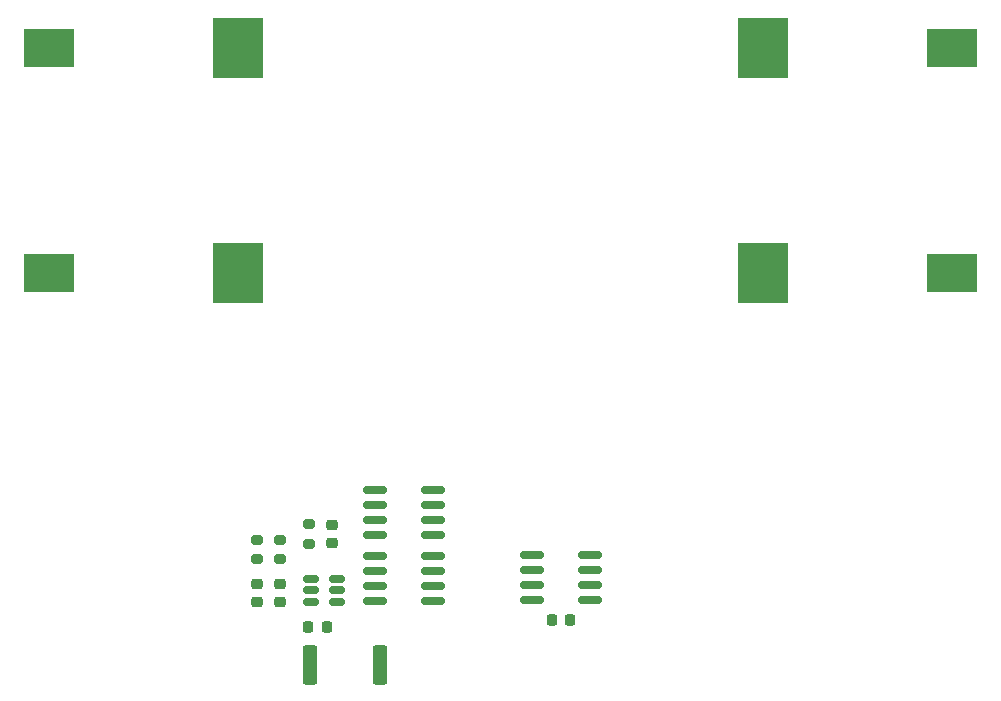
<source format=gtp>
G04 #@! TF.GenerationSoftware,KiCad,Pcbnew,8.0.3*
G04 #@! TF.CreationDate,2025-02-01T16:40:27-06:00*
G04 #@! TF.ProjectId,Batt_Boardv1,42617474-5f42-46f6-9172-6476312e6b69,rev?*
G04 #@! TF.SameCoordinates,Original*
G04 #@! TF.FileFunction,Paste,Top*
G04 #@! TF.FilePolarity,Positive*
%FSLAX46Y46*%
G04 Gerber Fmt 4.6, Leading zero omitted, Abs format (unit mm)*
G04 Created by KiCad (PCBNEW 8.0.3) date 2025-02-01 16:40:27*
%MOMM*%
%LPD*%
G01*
G04 APERTURE LIST*
G04 Aperture macros list*
%AMRoundRect*
0 Rectangle with rounded corners*
0 $1 Rounding radius*
0 $2 $3 $4 $5 $6 $7 $8 $9 X,Y pos of 4 corners*
0 Add a 4 corners polygon primitive as box body*
4,1,4,$2,$3,$4,$5,$6,$7,$8,$9,$2,$3,0*
0 Add four circle primitives for the rounded corners*
1,1,$1+$1,$2,$3*
1,1,$1+$1,$4,$5*
1,1,$1+$1,$6,$7*
1,1,$1+$1,$8,$9*
0 Add four rect primitives between the rounded corners*
20,1,$1+$1,$2,$3,$4,$5,0*
20,1,$1+$1,$4,$5,$6,$7,0*
20,1,$1+$1,$6,$7,$8,$9,0*
20,1,$1+$1,$8,$9,$2,$3,0*%
G04 Aperture macros list end*
%ADD10RoundRect,0.150000X0.512500X0.150000X-0.512500X0.150000X-0.512500X-0.150000X0.512500X-0.150000X0*%
%ADD11RoundRect,0.200000X-0.275000X0.200000X-0.275000X-0.200000X0.275000X-0.200000X0.275000X0.200000X0*%
%ADD12RoundRect,0.250000X-0.362500X-1.425000X0.362500X-1.425000X0.362500X1.425000X-0.362500X1.425000X0*%
%ADD13RoundRect,0.150000X-0.825000X-0.150000X0.825000X-0.150000X0.825000X0.150000X-0.825000X0.150000X0*%
%ADD14RoundRect,0.225000X0.250000X-0.225000X0.250000X0.225000X-0.250000X0.225000X-0.250000X-0.225000X0*%
%ADD15R,4.240000X3.300000*%
%ADD16R,4.240000X5.200000*%
%ADD17RoundRect,0.225000X-0.225000X-0.250000X0.225000X-0.250000X0.225000X0.250000X-0.225000X0.250000X0*%
%ADD18RoundRect,0.200000X0.275000X-0.200000X0.275000X0.200000X-0.275000X0.200000X-0.275000X-0.200000X0*%
G04 APERTURE END LIST*
D10*
X130996000Y-121193600D03*
X130996000Y-120243600D03*
X130996000Y-119293600D03*
X128721000Y-119293600D03*
X128721000Y-120243600D03*
X128721000Y-121193600D03*
D11*
X124177600Y-115951200D03*
X124177600Y-117601200D03*
D12*
X128682700Y-126517400D03*
X134607700Y-126517400D03*
D13*
X134174000Y-117297200D03*
X134174000Y-118567200D03*
X134174000Y-119837200D03*
X134174000Y-121107200D03*
X139124000Y-121107200D03*
X139124000Y-119837200D03*
X139124000Y-118567200D03*
X139124000Y-117297200D03*
D14*
X126133400Y-121208800D03*
X126133400Y-119658800D03*
D15*
X106566357Y-74292424D03*
D16*
X122576357Y-74292424D03*
X167008669Y-74295000D03*
D15*
X183018669Y-74295000D03*
D14*
X130527600Y-116243400D03*
X130527600Y-114693400D03*
D17*
X128533400Y-123317000D03*
X130083400Y-123317000D03*
D15*
X106566357Y-93345000D03*
D16*
X122576357Y-93345000D03*
X167008669Y-93347576D03*
D15*
X183018669Y-93347576D03*
D11*
X126158800Y-115938800D03*
X126158800Y-117588800D03*
D13*
X134174000Y-111734600D03*
X134174000Y-113004600D03*
X134174000Y-114274600D03*
X134174000Y-115544600D03*
X139124000Y-115544600D03*
X139124000Y-114274600D03*
X139124000Y-113004600D03*
X139124000Y-111734600D03*
D18*
X128571800Y-116293400D03*
X128571800Y-114643400D03*
D17*
X149161200Y-122758200D03*
X150711200Y-122758200D03*
D14*
X124203000Y-121234200D03*
X124203000Y-119684200D03*
D13*
X147461200Y-117271800D03*
X147461200Y-118541800D03*
X147461200Y-119811800D03*
X147461200Y-121081800D03*
X152411200Y-121081800D03*
X152411200Y-119811800D03*
X152411200Y-118541800D03*
X152411200Y-117271800D03*
M02*

</source>
